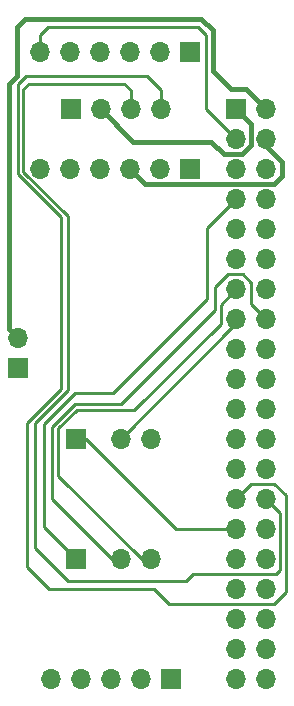
<source format=gbr>
%TF.GenerationSoftware,KiCad,Pcbnew,7.0.9-7.0.9~ubuntu22.04.1*%
%TF.CreationDate,2023-11-26T13:18:20+11:00*%
%TF.ProjectId,pi1541,70693135-3431-42e6-9b69-6361645f7063,v03*%
%TF.SameCoordinates,Original*%
%TF.FileFunction,Copper,L1,Top*%
%TF.FilePolarity,Positive*%
%FSLAX46Y46*%
G04 Gerber Fmt 4.6, Leading zero omitted, Abs format (unit mm)*
G04 Created by KiCad (PCBNEW 7.0.9-7.0.9~ubuntu22.04.1) date 2023-11-26 13:18:20*
%MOMM*%
%LPD*%
G01*
G04 APERTURE LIST*
%TA.AperFunction,ComponentPad*%
%ADD10R,1.700000X1.700000*%
%TD*%
%TA.AperFunction,ComponentPad*%
%ADD11O,1.700000X1.700000*%
%TD*%
%TA.AperFunction,Conductor*%
%ADD12C,0.400000*%
%TD*%
%TA.AperFunction,Conductor*%
%ADD13C,0.250000*%
%TD*%
G04 APERTURE END LIST*
D10*
%TO.P,J6,1,Pin_1*%
%TO.N,Net-(J1-Pin_7)*%
X111622000Y-106475000D03*
D11*
%TO.P,J6,2,Pin_2*%
%TO.N,Net-(J1-Pin_16)*%
X115432000Y-106475000D03*
%TO.P,J6,3,Pin_3*%
%TO.N,Net-(J1-Pin_13)*%
X117972000Y-106475000D03*
%TD*%
D10*
%TO.P,J1,1,Pin_1*%
%TO.N,Net-(J1-Pin_1)*%
X125225000Y-68375000D03*
D11*
%TO.P,J1,2,Pin_2*%
%TO.N,Net-(J1-Pin_2)*%
X127765000Y-68375000D03*
%TO.P,J1,3,Pin_3*%
%TO.N,Net-(J1-Pin_3)*%
X125225000Y-70915000D03*
%TO.P,J1,4,Pin_4*%
%TO.N,Net-(J1-Pin_4)*%
X127765000Y-70915000D03*
%TO.P,J1,5,Pin_5*%
%TO.N,Net-(J1-Pin_5)*%
X125225000Y-73455000D03*
%TO.P,J1,6,Pin_6*%
%TO.N,unconnected-(J1-Pin_6-Pad6)*%
X127765000Y-73455000D03*
%TO.P,J1,7,Pin_7*%
%TO.N,Net-(J1-Pin_7)*%
X125225000Y-75995000D03*
%TO.P,J1,8,Pin_8*%
%TO.N,unconnected-(J1-Pin_8-Pad8)*%
X127765000Y-75995000D03*
%TO.P,J1,9,Pin_9*%
%TO.N,unconnected-(J1-Pin_9-Pad9)*%
X125225000Y-78535000D03*
%TO.P,J1,10,Pin_10*%
%TO.N,unconnected-(J1-Pin_10-Pad10)*%
X127765000Y-78535000D03*
%TO.P,J1,11,Pin_11*%
%TO.N,Net-(J1-Pin_11)*%
X125225000Y-81075000D03*
%TO.P,J1,12,Pin_12*%
%TO.N,Net-(J1-Pin_12)*%
X127765000Y-81075000D03*
%TO.P,J1,13,Pin_13*%
%TO.N,Net-(J1-Pin_13)*%
X125225000Y-83615000D03*
%TO.P,J1,14,Pin_14*%
%TO.N,unconnected-(J1-Pin_14-Pad14)*%
X127765000Y-83615000D03*
%TO.P,J1,15,Pin_15*%
%TO.N,Net-(J1-Pin_15)*%
X125225000Y-86155000D03*
%TO.P,J1,16,Pin_16*%
%TO.N,Net-(J1-Pin_16)*%
X127765000Y-86155000D03*
%TO.P,J1,17,Pin_17*%
%TO.N,unconnected-(J1-Pin_17-Pad17)*%
X125225000Y-88695000D03*
%TO.P,J1,18,Pin_18*%
%TO.N,unconnected-(J1-Pin_18-Pad18)*%
X127765000Y-88695000D03*
%TO.P,J1,19,Pin_19*%
%TO.N,unconnected-(J1-Pin_19-Pad19)*%
X125225000Y-91235000D03*
%TO.P,J1,20,Pin_20*%
%TO.N,unconnected-(J1-Pin_20-Pad20)*%
X127765000Y-91235000D03*
%TO.P,J1,21,Pin_21*%
%TO.N,unconnected-(J1-Pin_21-Pad21)*%
X125225000Y-93775000D03*
%TO.P,J1,22,Pin_22*%
%TO.N,unconnected-(J1-Pin_22-Pad22)*%
X127765000Y-93775000D03*
%TO.P,J1,23,Pin_23*%
%TO.N,unconnected-(J1-Pin_23-Pad23)*%
X125225000Y-96315000D03*
%TO.P,J1,24,Pin_24*%
%TO.N,unconnected-(J1-Pin_24-Pad24)*%
X127765000Y-96315000D03*
%TO.P,J1,25,Pin_25*%
%TO.N,unconnected-(J1-Pin_25-Pad25)*%
X125225000Y-98855000D03*
%TO.P,J1,26,Pin_26*%
%TO.N,unconnected-(J1-Pin_26-Pad26)*%
X127765000Y-98855000D03*
%TO.P,J1,27,Pin_27*%
%TO.N,Net-(J1-Pin_27)*%
X125225000Y-101395000D03*
%TO.P,J1,28,Pin_28*%
%TO.N,Net-(J1-Pin_28)*%
X127765000Y-101395000D03*
%TO.P,J1,29,Pin_29*%
%TO.N,Net-(J1-Pin_29)*%
X125225000Y-103935000D03*
%TO.P,J1,30,Pin_30*%
%TO.N,unconnected-(J1-Pin_30-Pad30)*%
X127765000Y-103935000D03*
%TO.P,J1,31,Pin_31*%
%TO.N,unconnected-(J1-Pin_31-Pad31)*%
X125225000Y-106475000D03*
%TO.P,J1,32,Pin_32*%
%TO.N,unconnected-(J1-Pin_32-Pad32)*%
X127765000Y-106475000D03*
%TO.P,J1,33,Pin_33*%
%TO.N,unconnected-(J1-Pin_33-Pad33)*%
X125225000Y-109015000D03*
%TO.P,J1,34,Pin_34*%
%TO.N,unconnected-(J1-Pin_34-Pad34)*%
X127765000Y-109015000D03*
%TO.P,J1,35,Pin_35*%
%TO.N,unconnected-(J1-Pin_35-Pad35)*%
X125225000Y-111555000D03*
%TO.P,J1,36,Pin_36*%
%TO.N,unconnected-(J1-Pin_36-Pad36)*%
X127765000Y-111555000D03*
%TO.P,J1,37,Pin_37*%
%TO.N,unconnected-(J1-Pin_37-Pad37)*%
X125225000Y-114095000D03*
%TO.P,J1,38,Pin_38*%
%TO.N,unconnected-(J1-Pin_38-Pad38)*%
X127765000Y-114095000D03*
%TO.P,J1,39,Pin_39*%
%TO.N,GND*%
X125225000Y-116635000D03*
%TO.P,J1,40,Pin_40*%
%TO.N,unconnected-(J1-Pin_40-Pad40)*%
X127765000Y-116635000D03*
%TD*%
D10*
%TO.P,J7,1,Pin_1*%
%TO.N,GND*%
X111200000Y-68375000D03*
D11*
%TO.P,J7,2,Pin_2*%
%TO.N,Net-(J1-Pin_1)*%
X113740000Y-68375000D03*
%TO.P,J7,3,Pin_3*%
%TO.N,Net-(J1-Pin_28)*%
X116280000Y-68375000D03*
%TO.P,J7,4,Pin_4*%
%TO.N,Net-(J1-Pin_27)*%
X118820000Y-68375000D03*
%TD*%
D10*
%TO.P,J5,1,Pin_1*%
%TO.N,Net-(J1-Pin_29)*%
X111622000Y-96315000D03*
D11*
%TO.P,J5,2,Pin_2*%
%TO.N,Net-(J1-Pin_15)*%
X115432000Y-96315000D03*
%TO.P,J5,3,Pin_3*%
%TO.N,GND*%
X117972000Y-96315000D03*
%TD*%
D10*
%TO.P,J8,1,Pin_1*%
%TO.N,GND*%
X106781600Y-90251200D03*
D11*
%TO.P,J8,2,Pin_2*%
%TO.N,Net-(J1-Pin_2)*%
X106781600Y-87711200D03*
%TD*%
D10*
%TO.P,J4,1,Pin_1*%
%TO.N,Net-(J3-Pin_1)*%
X119741000Y-116625000D03*
D11*
%TO.P,J4,2,Pin_2*%
%TO.N,Net-(J3-Pin_2)*%
X117201000Y-116625000D03*
%TO.P,J4,3,Pin_3*%
%TO.N,Net-(J3-Pin_5)*%
X114661000Y-116625000D03*
%TO.P,J4,4,Pin_4*%
%TO.N,Net-(J3-Pin_6)*%
X112121000Y-116625000D03*
%TO.P,J4,5,Pin_5*%
%TO.N,GND*%
X109581000Y-116625000D03*
%TD*%
D10*
%TO.P,J2,1,Pin_1*%
%TO.N,Net-(J1-Pin_5)*%
X121350000Y-63500000D03*
D11*
%TO.P,J2,2,Pin_2*%
%TO.N,Net-(J1-Pin_12)*%
X118810000Y-63500000D03*
%TO.P,J2,3,Pin_3*%
%TO.N,Net-(J1-Pin_1)*%
X116270000Y-63500000D03*
%TO.P,J2,4,Pin_4*%
%TO.N,GND*%
X113730000Y-63500000D03*
%TO.P,J2,5,Pin_5*%
%TO.N,Net-(J1-Pin_11)*%
X111190000Y-63500000D03*
%TO.P,J2,6,Pin_6*%
%TO.N,Net-(J1-Pin_3)*%
X108650000Y-63500000D03*
%TD*%
D10*
%TO.P,J3,1,Pin_1*%
%TO.N,Net-(J3-Pin_1)*%
X121350000Y-73455000D03*
D11*
%TO.P,J3,2,Pin_2*%
%TO.N,Net-(J3-Pin_2)*%
X118810000Y-73455000D03*
%TO.P,J3,3,Pin_3*%
%TO.N,Net-(J1-Pin_4)*%
X116270000Y-73455000D03*
%TO.P,J3,4,Pin_4*%
%TO.N,GND*%
X113730000Y-73455000D03*
%TO.P,J3,5,Pin_5*%
%TO.N,Net-(J3-Pin_5)*%
X111190000Y-73455000D03*
%TO.P,J3,6,Pin_6*%
%TO.N,Net-(J3-Pin_6)*%
X108650000Y-73455000D03*
%TD*%
D12*
%TO.N,Net-(J1-Pin_1)*%
X113740000Y-68375000D02*
X116485000Y-71120000D01*
X126492000Y-71415767D02*
X126492000Y-69642000D01*
X125720967Y-72186800D02*
X126492000Y-71415767D01*
X124180600Y-72186800D02*
X125720967Y-72186800D01*
X126492000Y-69642000D02*
X125225000Y-68375000D01*
X123113800Y-71120000D02*
X124180600Y-72186800D01*
X116485000Y-71120000D02*
X123113800Y-71120000D01*
%TO.N,Net-(J1-Pin_2)*%
X106781600Y-87711200D02*
X106019600Y-86949200D01*
X123266200Y-65125600D02*
X124815600Y-66675000D01*
X126065000Y-66675000D02*
X127765000Y-68375000D01*
X123266200Y-61696600D02*
X123266200Y-65125600D01*
X106680000Y-65584138D02*
X106680000Y-61384542D01*
X107358542Y-60706000D02*
X122275600Y-60706000D01*
X106680000Y-61384542D02*
X107358542Y-60706000D01*
X106019600Y-66244538D02*
X106680000Y-65584138D01*
X124815600Y-66675000D02*
X126065000Y-66675000D01*
X106019600Y-86949200D02*
X106019600Y-66244538D01*
X122275600Y-60706000D02*
X123266200Y-61696600D01*
D13*
%TO.N,Net-(J1-Pin_3)*%
X109296200Y-61442600D02*
X122021600Y-61442600D01*
X122021600Y-61442600D02*
X122682000Y-62103000D01*
X108650000Y-62088800D02*
X109296200Y-61442600D01*
X122682000Y-62103000D02*
X122682000Y-68372000D01*
X122682000Y-68372000D02*
X125225000Y-70915000D01*
X108650000Y-63500000D02*
X108650000Y-62088800D01*
%TO.N,Net-(J1-Pin_7)*%
X111582200Y-92405200D02*
X108915200Y-95072200D01*
X108915200Y-103768200D02*
X111622000Y-106475000D01*
X114808000Y-92405200D02*
X111582200Y-92405200D01*
X122783600Y-78436400D02*
X122783600Y-84429600D01*
X108915200Y-95072200D02*
X108915200Y-103768200D01*
X125225000Y-75995000D02*
X122783600Y-78436400D01*
X111622000Y-106475000D02*
X112141000Y-106475000D01*
X122783600Y-84429600D02*
X114808000Y-92405200D01*
%TO.N,GND*%
X113740000Y-63676600D02*
X113563400Y-63500000D01*
%TO.N,Net-(J1-Pin_13)*%
X110159800Y-95402400D02*
X110159800Y-99413800D01*
X117221000Y-106475000D02*
X117972000Y-106475000D01*
X123901200Y-84938800D02*
X123901200Y-86537800D01*
X123901200Y-86537800D02*
X116611400Y-93827600D01*
X125225000Y-83615000D02*
X123901200Y-84938800D01*
X111734600Y-93827600D02*
X110159800Y-95402400D01*
X116611400Y-93827600D02*
X111734600Y-93827600D01*
X110159800Y-99413800D02*
X117221000Y-106475000D01*
%TO.N,Net-(J1-Pin_15)*%
X115015000Y-96315000D02*
X115432000Y-96315000D01*
X115432000Y-96315000D02*
X125225000Y-86522000D01*
X125225000Y-86522000D02*
X125225000Y-86155000D01*
%TO.N,Net-(J1-Pin_16)*%
X126517400Y-83058000D02*
X125780800Y-82321400D01*
X109626400Y-95299404D02*
X109626400Y-101420400D01*
X125780800Y-82321400D02*
X124536200Y-82321400D01*
X124536200Y-82321400D02*
X123393200Y-83464400D01*
X109626400Y-101420400D02*
X114681000Y-106475000D01*
X123393200Y-85394800D02*
X115467702Y-93320298D01*
X114681000Y-106475000D02*
X115432000Y-106475000D01*
X115467702Y-93320298D02*
X111605506Y-93320298D01*
X123393200Y-83464400D02*
X123393200Y-85394800D01*
X127765000Y-86155000D02*
X126517400Y-84907400D01*
X111605506Y-93320298D02*
X109626400Y-95299404D01*
X126517400Y-84907400D02*
X126517400Y-83058000D01*
%TO.N,Net-(J1-Pin_27)*%
X109397800Y-109016800D02*
X107492800Y-107111800D01*
X106756200Y-66250400D02*
X107423800Y-65582800D01*
X107423800Y-65582800D02*
X117678200Y-65582800D01*
X129413000Y-101066600D02*
X129413000Y-109296200D01*
X125225000Y-101395000D02*
X126518600Y-100101400D01*
X118295288Y-109016800D02*
X109397800Y-109016800D01*
X119539888Y-110261400D02*
X118295288Y-109016800D01*
X117678200Y-65582800D02*
X118820000Y-66724600D01*
X107492800Y-107111800D02*
X107492800Y-94967808D01*
X110413800Y-77516897D02*
X106756200Y-73859297D01*
X107492800Y-94967808D02*
X110413800Y-92046808D01*
X118820000Y-66724600D02*
X118820000Y-68375000D01*
X106756200Y-73859297D02*
X106756200Y-66250400D01*
X110413800Y-92046808D02*
X110413800Y-77516897D01*
X128447800Y-100101400D02*
X129413000Y-101066600D01*
X126518600Y-100101400D02*
X128447800Y-100101400D01*
X128447800Y-110261400D02*
X119539888Y-110261400D01*
X129413000Y-109296200D02*
X128447800Y-110261400D01*
%TO.N,Net-(J1-Pin_28)*%
X121589800Y-107746800D02*
X120987400Y-108349200D01*
X110972600Y-92124404D02*
X110972600Y-77439301D01*
X107206200Y-73672901D02*
X107206200Y-66707600D01*
X128614054Y-107746800D02*
X121589800Y-107746800D01*
X120987400Y-108349200D02*
X111016200Y-108349200D01*
X128940000Y-102570000D02*
X128940000Y-107420854D01*
X108185800Y-94911204D02*
X110972600Y-92124404D01*
X116280000Y-66750000D02*
X116280000Y-68375000D01*
X115747800Y-66217800D02*
X116280000Y-66750000D01*
X108185800Y-105518800D02*
X108185800Y-94911204D01*
X107696000Y-66217800D02*
X115747800Y-66217800D01*
X111016200Y-108349200D02*
X108185800Y-105518800D01*
X107206200Y-66707600D02*
X107696000Y-66217800D01*
X110972600Y-77439301D02*
X107206200Y-73672901D01*
X127765000Y-101395000D02*
X128940000Y-102570000D01*
X128940000Y-107420854D02*
X128614054Y-107746800D01*
%TO.N,Net-(J1-Pin_29)*%
X120095000Y-103935000D02*
X125225000Y-103935000D01*
X112475000Y-96315000D02*
X120095000Y-103935000D01*
X111622000Y-96315000D02*
X112475000Y-96315000D01*
D12*
%TO.N,Net-(J1-Pin_4)*%
X127765000Y-71478600D02*
X127765000Y-70915000D01*
X116270000Y-73455000D02*
X117541800Y-74726800D01*
X128447800Y-74726800D02*
X129133600Y-74041000D01*
X129133600Y-74041000D02*
X129133600Y-72847200D01*
X129133600Y-72847200D02*
X127765000Y-71478600D01*
X117541800Y-74726800D02*
X128447800Y-74726800D01*
%TD*%
M02*

</source>
